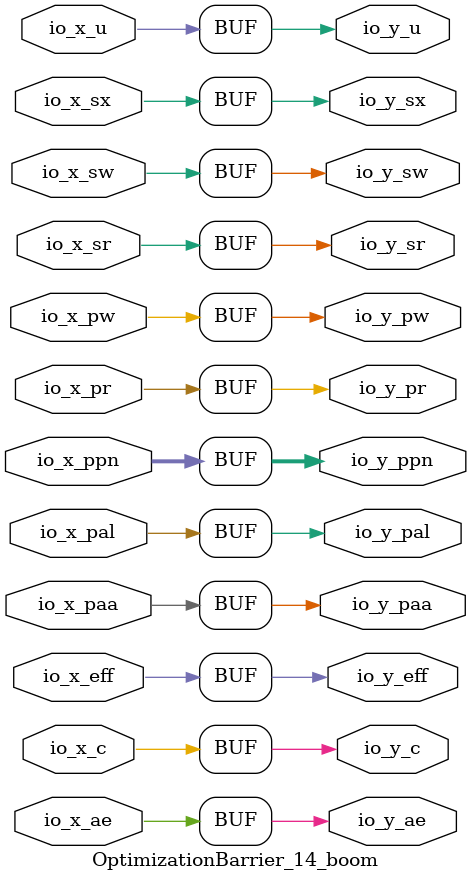
<source format=sv>
`ifndef RANDOMIZE
  `ifdef RANDOMIZE_REG_INIT
    `define RANDOMIZE
  `endif // RANDOMIZE_REG_INIT
`endif // not def RANDOMIZE
`ifndef RANDOMIZE
  `ifdef RANDOMIZE_MEM_INIT
    `define RANDOMIZE
  `endif // RANDOMIZE_MEM_INIT
`endif // not def RANDOMIZE

`ifndef RANDOM
  `define RANDOM $random
`endif // not def RANDOM

// Users can define 'PRINTF_COND' to add an extra gate to prints.
`ifndef PRINTF_COND_
  `ifdef PRINTF_COND
    `define PRINTF_COND_ (`PRINTF_COND)
  `else  // PRINTF_COND
    `define PRINTF_COND_ 1
  `endif // PRINTF_COND
`endif // not def PRINTF_COND_

// Users can define 'ASSERT_VERBOSE_COND' to add an extra gate to assert error printing.
`ifndef ASSERT_VERBOSE_COND_
  `ifdef ASSERT_VERBOSE_COND
    `define ASSERT_VERBOSE_COND_ (`ASSERT_VERBOSE_COND)
  `else  // ASSERT_VERBOSE_COND
    `define ASSERT_VERBOSE_COND_ 1
  `endif // ASSERT_VERBOSE_COND
`endif // not def ASSERT_VERBOSE_COND_

// Users can define 'STOP_COND' to add an extra gate to stop conditions.
`ifndef STOP_COND_
  `ifdef STOP_COND
    `define STOP_COND_ (`STOP_COND)
  `else  // STOP_COND
    `define STOP_COND_ 1
  `endif // STOP_COND
`endif // not def STOP_COND_

// Users can define INIT_RANDOM as general code that gets injected into the
// initializer block for modules with registers.
`ifndef INIT_RANDOM
  `define INIT_RANDOM
`endif // not def INIT_RANDOM

// If using random initialization, you can also define RANDOMIZE_DELAY to
// customize the delay used, otherwise 0.002 is used.
`ifndef RANDOMIZE_DELAY
  `define RANDOMIZE_DELAY 0.002
`endif // not def RANDOMIZE_DELAY

// Define INIT_RANDOM_PROLOG_ for use in our modules below.
`ifndef INIT_RANDOM_PROLOG_
  `ifdef RANDOMIZE
    `ifdef VERILATOR
      `define INIT_RANDOM_PROLOG_ `INIT_RANDOM
    `else  // VERILATOR
      `define INIT_RANDOM_PROLOG_ `INIT_RANDOM #`RANDOMIZE_DELAY begin end
    `endif // VERILATOR
  `else  // RANDOMIZE
    `define INIT_RANDOM_PROLOG_
  `endif // RANDOMIZE
`endif // not def INIT_RANDOM_PROLOG_

module OptimizationBarrier_14_boom(
  input  [19:0] io_x_ppn,
  input         io_x_u,
                io_x_ae,
                io_x_sw,
                io_x_sx,
                io_x_sr,
                io_x_pw,
                io_x_pr,
                io_x_pal,
                io_x_paa,
                io_x_eff,
                io_x_c,
  output [19:0] io_y_ppn,
  output        io_y_u,
                io_y_ae,
                io_y_sw,
                io_y_sx,
                io_y_sr,
                io_y_pw,
                io_y_pr,
                io_y_pal,
                io_y_paa,
                io_y_eff,
                io_y_c
);

  assign io_y_ppn = io_x_ppn;
  assign io_y_u = io_x_u;
  assign io_y_ae = io_x_ae;
  assign io_y_sw = io_x_sw;
  assign io_y_sx = io_x_sx;
  assign io_y_sr = io_x_sr;
  assign io_y_pw = io_x_pw;
  assign io_y_pr = io_x_pr;
  assign io_y_pal = io_x_pal;
  assign io_y_paa = io_x_paa;
  assign io_y_eff = io_x_eff;
  assign io_y_c = io_x_c;
endmodule


</source>
